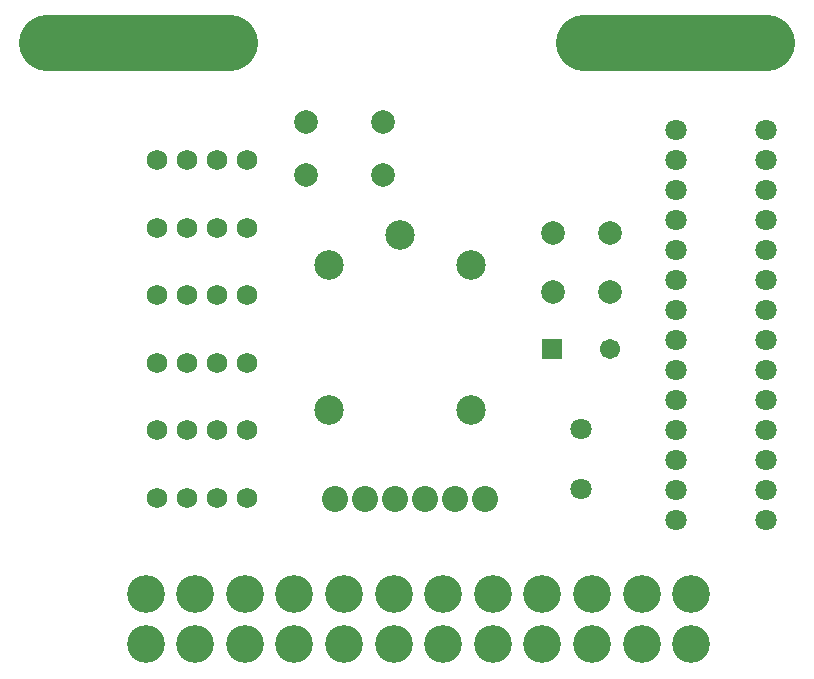
<source format=gbs>
G04 Layer: BottomSolderMaskLayer*
G04 EasyEDA v6.4.7, 2021-01-07T14:22:33+08:00*
G04 e544819f4ad94c36a5ee21bd65f75882,119f753a6ce64b8d841f2ad33262ab0c,10*
G04 Gerber Generator version 0.2*
G04 Scale: 100 percent, Rotated: No, Reflected: No *
G04 Dimensions in millimeters *
G04 leading zeros omitted , absolute positions ,3 integer and 3 decimal *
%FSLAX33Y33*%
%MOMM*%
G90*
D02*

%ADD26C,4.703191*%
%ADD27C,2.203196*%
%ADD28C,2.503195*%
%ADD29C,2.003196*%
%ADD30C,1.703197*%
%ADD32C,1.804010*%
%ADD33C,1.803197*%
%ADD34C,1.727200*%
%ADD35C,3.203194*%

%LPD*%
G54D26*
G01X4132Y56261D02*
G01X19632Y56261D01*
G01X49598Y56261D02*
G01X65098Y56261D01*
G54D27*
G01X31059Y17653D03*
G01X28519Y17653D03*
G01X41219Y17653D03*
G01X36139Y17653D03*
G01X38679Y17653D03*
G01X33599Y17653D03*
G54D28*
G01X39980Y37463D03*
G01X33980Y40013D03*
G01X27980Y37463D03*
G01X27980Y25264D03*
G01X39980Y25264D03*
G54D29*
G01X46934Y40218D03*
G01X46934Y35218D03*
G54D30*
G01X51785Y30353D03*
G36*
G01X46057Y29502D02*
G01X46057Y31203D01*
G01X47759Y31203D01*
G01X47759Y29502D01*
G01X46057Y29502D01*
G37*
G54D32*
G01X64968Y48894D03*
G54D33*
G01X57348Y48894D03*
G01X57348Y46354D03*
G01X57348Y43814D03*
G01X57348Y41274D03*
G01X57348Y38734D03*
G01X57348Y36194D03*
G01X57348Y33654D03*
G01X57348Y31114D03*
G01X57348Y28574D03*
G01X57348Y26034D03*
G01X57348Y23494D03*
G01X57348Y20954D03*
G01X57348Y18414D03*
G01X57348Y15874D03*
G01X64968Y15874D03*
G01X64968Y18414D03*
G01X64968Y20954D03*
G01X64968Y23494D03*
G01X64968Y26034D03*
G01X64968Y28574D03*
G01X64968Y31114D03*
G01X64968Y33654D03*
G54D32*
G01X64968Y36194D03*
G54D33*
G01X64968Y38734D03*
G01X64968Y41274D03*
G01X64968Y43814D03*
G01X64968Y46354D03*
G01X49347Y23622D03*
G01X49347Y18542D03*
G54D34*
G01X13406Y46355D03*
G01X15946Y46355D03*
G01X18486Y46355D03*
G01X21026Y46355D03*
G01X13406Y40640D03*
G01X15946Y40640D03*
G01X18486Y40640D03*
G01X21026Y40640D03*
G01X13406Y34925D03*
G01X15946Y34925D03*
G01X18486Y34925D03*
G01X21026Y34925D03*
G01X13406Y29210D03*
G01X15946Y29210D03*
G01X18486Y29210D03*
G01X21026Y29210D03*
G54D29*
G01X51760Y40218D03*
G01X51760Y35218D03*
G54D35*
G01X58659Y9619D03*
G01X54459Y9619D03*
G01X50259Y9619D03*
G01X46059Y9619D03*
G01X41859Y9619D03*
G01X37659Y9619D03*
G01X12459Y5420D03*
G01X16659Y5420D03*
G01X20859Y5420D03*
G01X12459Y9619D03*
G01X16659Y9619D03*
G01X20859Y9619D03*
G01X25059Y9619D03*
G01X29259Y9619D03*
G01X33459Y9619D03*
G01X25059Y5420D03*
G01X29259Y5420D03*
G01X33459Y5420D03*
G01X37659Y5420D03*
G01X41859Y5420D03*
G01X46059Y5420D03*
G01X50259Y5420D03*
G01X54459Y5420D03*
G01X58659Y5420D03*
G54D29*
G01X32532Y45120D03*
G01X32532Y49621D03*
G01X26029Y45120D03*
G01X26029Y49621D03*
G54D34*
G01X13406Y17780D03*
G01X15946Y17780D03*
G01X18486Y17780D03*
G01X21026Y17780D03*
G01X13406Y23495D03*
G01X15946Y23495D03*
G01X18486Y23495D03*
G01X21026Y23495D03*
M00*
M02*

</source>
